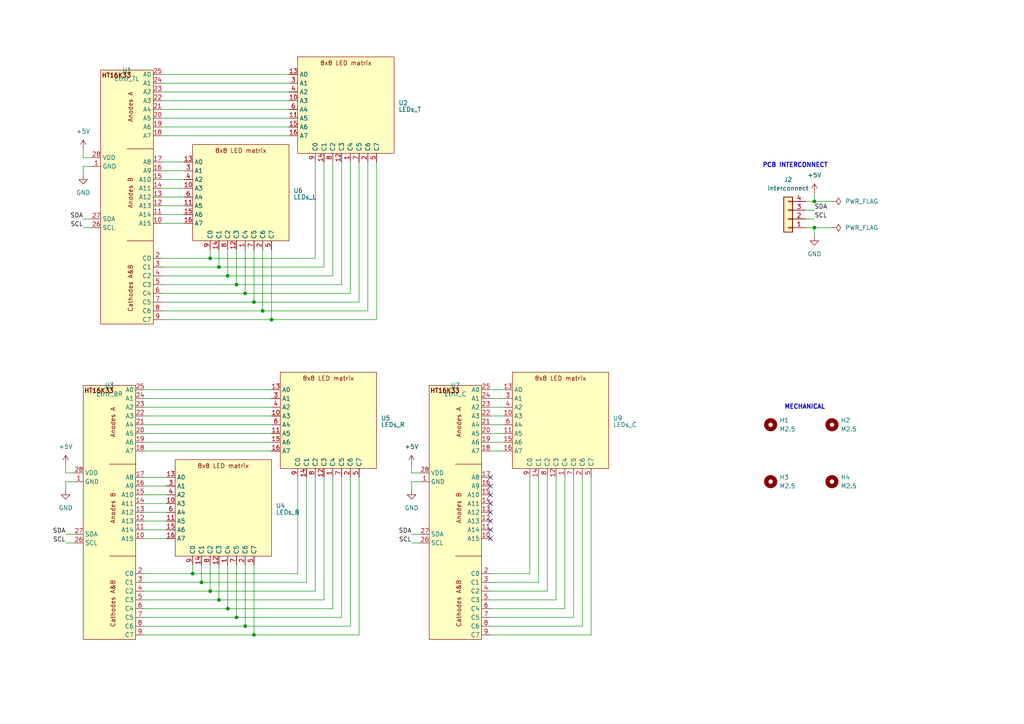
<source format=kicad_sch>
(kicad_sch (version 20250114) (generator "eeschema") (generator_version "9.0")
  (paper "A4")
  (title_block (title "Pharmacy Cross"))
  (lib_symbols
    (symbol "Connector_Generic:Conn_01x04" (pin_names (offset 1.016) (hide yes))
      (property "Reference" "J" (at 0 5.08 0))
      (property "Value" "Conn_01x04" (at 0 -7.62 0))
      (symbol "Conn_01x04_1_1"
        (rectangle (start -1.27 3.81) (end 1.27 -6.35) (stroke (width 0.254)) (fill (type background)))
        (rectangle (start -1.27 2.667) (end 0 2.413) (stroke (width 0.1524)))
        (rectangle (start -1.27 0.127) (end 0 -0.127) (stroke (width 0.1524)))
        (rectangle (start -1.27 -2.413) (end 0 -2.667) (stroke (width 0.1524)))
        (rectangle (start -1.27 -4.953) (end 0 -5.207) (stroke (width 0.1524)))
        (pin passive line (at -5.08 2.54 0) (length 3.81) (name "Pin_1") (number "1"))
        (pin passive line (at -5.08 0 0) (length 3.81) (name "Pin_2") (number "2"))
        (pin passive line (at -5.08 -2.54 0) (length 3.81) (name "Pin_3") (number "3"))
        (pin passive line (at -5.08 -5.08 0) (length 3.81) (name "Pin_4") (number "4"))
      )
    )
    (symbol "HT16K33_1"
      (property "Reference" "U" (at 0 41.402 0))
      (symbol "HT16K33_1_0_1"
        (rectangle (start -7.62 36.83) (end 7.62 -36.83) (fill (type background)))
        (polyline (pts (xy 7.62 13.97) (xy 0 13.97)))
        (polyline (pts (xy 7.62 -12.7) (xy 0 -12.7)))
      )
      (symbol "HT16K33_1_1_1"
        (text "HT16K33" (at -3.048 35.306 0) (effects (font (size 1.27 1.27) (thickness 0.254) (bold yes))))
        (text "Anodes A" (at 1.016 26.162 900) (effects (font (size 1.27 1.27))))
        (text "Anodes B" (at 1.016 1.27 900) (effects (font (size 1.27 1.27))))
        (text "Cathodes A&B" (at 1.016 -26.416 900) (effects (font (size 1.27 1.27))))
        (pin input line (at -10.16 11.43 0) (length 2.54) (name "VDD") (number "28"))
        (pin input line (at -10.16 8.89 0) (length 2.54) (name "GND") (number "1"))
        (pin input line (at -10.16 -6.35 0) (length 2.54) (name "SDA") (number "27"))
        (pin input line (at -10.16 -8.89 0) (length 2.54) (name "SCL") (number "26"))
        (pin output line (at 10.16 35.56 180) (length 2.54) (name "A0") (number "25"))
        (pin output line (at 10.16 33.02 180) (length 2.54) (name "A1") (number "24"))
        (pin output line (at 10.16 30.48 180) (length 2.54) (name "A2") (number "23"))
        (pin output line (at 10.16 27.94 180) (length 2.54) (name "A3") (number "22"))
        (pin output line (at 10.16 25.4 180) (length 2.54) (name "A4") (number "21"))
        (pin output line (at 10.16 22.86 180) (length 2.54) (name "A5") (number "20"))
        (pin output line (at 10.16 20.32 180) (length 2.54) (name "A6") (number "19"))
        (pin output line (at 10.16 17.78 180) (length 2.54) (name "A7") (number "18"))
        (pin output line (at 10.16 10.16 180) (length 2.54) (name "A8") (number "17"))
        (pin output line (at 10.16 7.62 180) (length 2.54) (name "A9") (number "16"))
        (pin output line (at 10.16 5.08 180) (length 2.54) (name "A10") (number "15"))
        (pin output line (at 10.16 2.54 180) (length 2.54) (name "A11") (number "14"))
        (pin output line (at 10.16 0 180) (length 2.54) (name "A12") (number "13"))
        (pin output line (at 10.16 -2.54 180) (length 2.54) (name "A13") (number "12"))
        (pin output line (at 10.16 -5.08 180) (length 2.54) (name "A14") (number "11"))
        (pin output line (at 10.16 -7.62 180) (length 2.54) (name "A15") (number "10"))
        (pin output line (at 10.16 -17.78 180) (length 2.54) (name "C0") (number "2"))
        (pin output line (at 10.16 -20.32 180) (length 2.54) (name "C1") (number "3"))
        (pin output line (at 10.16 -22.86 180) (length 2.54) (name "C2") (number "4"))
        (pin output line (at 10.16 -25.4 180) (length 2.54) (name "C3") (number "5"))
        (pin output line (at 10.16 -27.94 180) (length 2.54) (name "C4") (number "6"))
        (pin output line (at 10.16 -30.48 180) (length 2.54) (name "C5") (number "7"))
        (pin output line (at 10.16 -33.02 180) (length 2.54) (name "C6") (number "8"))
        (pin output line (at 10.16 -35.56 180) (length 2.54) (name "C7") (number "9"))
      )
    )
    (symbol "Mechanical:MountingHole" (pin_names (offset 1.016)) (in_bom no)
      (property "Reference" "H" (at 0 5.08 0))
      (property "Value" "MountingHole" (at 0 3.175 0))
      (symbol "MountingHole_0_1"
        (circle (center 0 0) (radius 1.27) (stroke (width 1.27)))
      )
    )
    (symbol "parts_library:HT16K33"
      (property "Reference" "U" (at -4.064 32.512 0))
      (symbol "HT16K33_0_1"
        (rectangle (start -7.62 36.83) (end 7.62 -36.83) (fill (type background)))
        (polyline (pts (xy 7.62 13.97) (xy 0 13.97)))
        (polyline (pts (xy 7.62 -12.7) (xy 0 -12.7)))
      )
      (symbol "HT16K33_1_1"
        (text "HT16K33" (at -3.048 35.306 0) (effects (font (size 1.27 1.27) (thickness 0.254) (bold yes))))
        (text "Anodes A" (at 1.016 26.162 900) (effects (font (size 1.27 1.27))))
        (text "Anodes B" (at 1.016 1.27 900) (effects (font (size 1.27 1.27))))
        (text "Cathodes A&B" (at 1.016 -26.416 900) (effects (font (size 1.27 1.27))))
        (pin input line (at -10.16 11.43 0) (length 2.54) (name "VDD") (number "28"))
        (pin input line (at -10.16 8.89 0) (length 2.54) (name "GND") (number "1"))
        (pin input line (at -10.16 -6.35 0) (length 2.54) (name "SDA") (number "27"))
        (pin input line (at -10.16 -8.89 0) (length 2.54) (name "SCL") (number "26"))
        (pin output line (at 10.16 35.56 180) (length 2.54) (name "A0") (number "25"))
        (pin output line (at 10.16 33.02 180) (length 2.54) (name "A1") (number "24"))
        (pin output line (at 10.16 30.48 180) (length 2.54) (name "A2") (number "23"))
        (pin output line (at 10.16 27.94 180) (length 2.54) (name "A3") (number "22"))
        (pin output line (at 10.16 25.4 180) (length 2.54) (name "A4") (number "21"))
        (pin output line (at 10.16 22.86 180) (length 2.54) (name "A5") (number "20"))
        (pin output line (at 10.16 20.32 180) (length 2.54) (name "A6") (number "19"))
        (pin output line (at 10.16 17.78 180) (length 2.54) (name "A7") (number "18"))
        (pin output line (at 10.16 10.16 180) (length 2.54) (name "A8") (number "17"))
        (pin output line (at 10.16 7.62 180) (length 2.54) (name "A9") (number "16"))
        (pin output line (at 10.16 5.08 180) (length 2.54) (name "A10") (number "15"))
        (pin output line (at 10.16 2.54 180) (length 2.54) (name "A11") (number "14"))
        (pin output line (at 10.16 0 180) (length 2.54) (name "A12") (number "13"))
        (pin output line (at 10.16 -2.54 180) (length 2.54) (name "A13") (number "12"))
        (pin output line (at 10.16 -5.08 180) (length 2.54) (name "A14") (number "11"))
        (pin output line (at 10.16 -7.62 180) (length 2.54) (name "A15") (number "10"))
        (pin output line (at 10.16 -17.78 180) (length 2.54) (name "C0") (number "2"))
        (pin output line (at 10.16 -20.32 180) (length 2.54) (name "C1") (number "3"))
        (pin output line (at 10.16 -22.86 180) (length 2.54) (name "C2") (number "4"))
        (pin output line (at 10.16 -25.4 180) (length 2.54) (name "C3") (number "5"))
        (pin output line (at 10.16 -27.94 180) (length 2.54) (name "C4") (number "6"))
        (pin output line (at 10.16 -30.48 180) (length 2.54) (name "C5") (number "7"))
        (pin output line (at 10.16 -33.02 180) (length 2.54) (name "C6") (number "8"))
        (pin output line (at 10.16 -35.56 180) (length 2.54) (name "C7") (number "9"))
      )
    )
    (symbol "parts_library:KWM-30881APGB"
      (property "Reference" "U" (at 0 0 0))
      (symbol "KWM-30881APGB_0_1"
        (rectangle (start -13.97 13.97) (end 13.97 -13.97) (fill (type background)))
      )
      (symbol "KWM-30881APGB_1_1"
        (text "8x8 LED matrix" (at 0 12.192 0) (effects (font (size 1.27 1.27))))
        (pin input line (at -16.51 8.89 0) (length 2.54) (name "A0") (number "13"))
        (pin input line (at -16.51 6.35 0) (length 2.54) (name "A1") (number "3"))
        (pin input line (at -16.51 3.81 0) (length 2.54) (name "A2") (number "4"))
        (pin input line (at -16.51 1.27 0) (length 2.54) (name "A3") (number "10"))
        (pin input line (at -16.51 -1.27 0) (length 2.54) (name "A4") (number "6"))
        (pin input line (at -16.51 -3.81 0) (length 2.54) (name "A5") (number "11"))
        (pin input line (at -16.51 -6.35 0) (length 2.54) (name "A6") (number "15"))
        (pin input line (at -16.51 -8.89 0) (length 2.54) (name "A7") (number "16"))
        (pin input line (at -8.89 -16.51 90) (length 2.54) (name "C0") (number "9"))
        (pin input line (at -6.35 -16.51 90) (length 2.54) (name "C1") (number "14"))
        (pin input line (at -3.81 -16.51 90) (length 2.54) (name "C2") (number "8"))
        (pin input line (at -1.27 -16.51 90) (length 2.54) (name "C3") (number "12"))
        (pin input line (at 1.27 -16.51 90) (length 2.54) (name "C4") (number "1"))
        (pin input line (at 3.81 -16.51 90) (length 2.54) (name "C5") (number "7"))
        (pin input line (at 6.35 -16.51 90) (length 2.54) (name "C6") (number "2"))
        (pin input line (at 8.89 -16.51 90) (length 2.54) (name "C7") (number "5"))
      )
    )
    (symbol "power:+5V" (power) (pin_numbers (hide yes)) (pin_names (offset 0) (hide yes))
      (property "Value" "+5V" (at 0 3.556 0))
      (symbol "+5V_0_1"
        (polyline (pts (xy -0.762 1.27) (xy 0 2.54)))
        (polyline (pts (xy 0 2.54) (xy 0.762 1.27)))
        (polyline (pts (xy 0 0) (xy 0 2.54)))
      )
      (symbol "+5V_1_1"
        (pin power_in line (at 0 0 90) (length 0) (name "~") (number "1"))
      )
    )
    (symbol "power:GND" (power) (pin_numbers (hide yes)) (pin_names (offset 0) (hide yes))
      (property "Value" "GND" (at 0 -3.81 0))
      (symbol "GND_0_1"
        (polyline (pts (xy 0 0) (xy 0 -1.27) (xy 1.27 -1.27) (xy 0 -2.54) (xy -1.27 -1.27) (xy 0 -1.27)))
      )
      (symbol "GND_1_1"
        (pin power_in line (at 0 0 270) (length 0) (name "~") (number "1"))
      )
    )
    (symbol "power:PWR_FLAG" (power) (pin_numbers (hide yes)) (pin_names (offset 0) (hide yes))
      (property "Value" "PWR_FLAG" (at 0 3.81 0))
      (symbol "PWR_FLAG_0_0"
        (pin power_out line (at 0 0 90) (length 0) (name "~") (number "1"))
      )
      (symbol "PWR_FLAG_0_1"
        (polyline (pts (xy 0 0) (xy 0 1.27) (xy -1.016 1.905) (xy 0 2.54) (xy 1.016 1.905) (xy 0 1.27)))
      )
    )
  )
  (text "PCB INTERCONNECT" (at 230.632 48.006 0) (effects (font (size 1.27 1.27) (thickness 0.254) (bold yes))))
  (text "MECHANICAL" (at 233.426 118.11 0) (effects (font (size 1.27 1.27) (thickness 0.254) (bold yes))))
  (junction (at 73.66 184.15))
  (junction (at 68.58 82.55))
  (junction (at 73.66 87.63))
  (junction (at 60.96 74.93))
  (junction (at 71.12 85.09))
  (junction (at 71.12 181.61))
  (junction (at 63.5 77.47))
  (junction (at 76.2 90.17))
  (junction (at 236.22 58.42))
  (junction (at 66.04 176.53))
  (junction (at 68.58 179.07))
  (junction (at 236.22 66.04))
  (junction (at 66.04 80.01))
  (junction (at 78.74 92.71))
  (junction (at 63.5 173.99))
  (junction (at 60.96 171.45))
  (junction (at 55.88 166.37))
  (junction (at 58.42 168.91))
  (no_connect (at 142.24 140.97))
  (no_connect (at 142.24 153.67))
  (no_connect (at 142.24 156.21))
  (no_connect (at 142.24 143.51))
  (no_connect (at 142.24 151.13))
  (no_connect (at 142.24 146.05))
  (no_connect (at 142.24 148.59))
  (no_connect (at 142.24 138.43))
  (wire (pts (xy 119.38 154.94) (xy 121.92 154.94)))
  (wire (pts (xy 146.05 123.19) (xy 142.24 123.19)))
  (wire (pts (xy 48.26 138.43) (xy 41.91 138.43)))
  (wire (pts (xy 73.66 87.63) (xy 73.66 72.39)))
  (wire (pts (xy 233.68 60.96) (xy 236.22 60.96)))
  (wire (pts (xy 53.34 64.77) (xy 46.99 64.77)))
  (wire (pts (xy 53.34 52.07) (xy 46.99 52.07)))
  (wire (pts (xy 46.99 87.63) (xy 73.66 87.63)))
  (wire (pts (xy 104.14 184.15) (xy 73.66 184.15)))
  (wire (pts (xy 41.91 171.45) (xy 60.96 171.45)))
  (wire (pts (xy 99.06 82.55) (xy 68.58 82.55)))
  (wire (pts (xy 24.13 48.26) (xy 26.67 48.26)))
  (wire (pts (xy 41.91 168.91) (xy 58.42 168.91)))
  (wire (pts (xy 93.98 77.47) (xy 63.5 77.47)))
  (wire (pts (xy 171.45 138.43) (xy 171.45 184.15)))
  (wire (pts (xy 106.68 90.17) (xy 76.2 90.17)))
  (wire (pts (xy 119.38 137.16) (xy 121.92 137.16)))
  (wire (pts (xy 53.34 49.53) (xy 46.99 49.53)))
  (wire (pts (xy 119.38 157.48) (xy 121.92 157.48)))
  (wire (pts (xy 156.21 138.43) (xy 156.21 168.91)))
  (wire (pts (xy 142.24 171.45) (xy 158.75 171.45)))
  (wire (pts (xy 96.52 138.43) (xy 96.52 176.53)))
  (wire (pts (xy 93.98 138.43) (xy 93.98 173.99)))
  (wire (pts (xy 109.22 46.99) (xy 109.22 92.71)))
  (wire (pts (xy 146.05 120.65) (xy 142.24 120.65)))
  (wire (pts (xy 83.82 34.29) (xy 46.99 34.29)))
  (wire (pts (xy 78.74 115.57) (xy 41.91 115.57)))
  (wire (pts (xy 63.5 173.99) (xy 63.5 163.83)))
  (wire (pts (xy 78.74 118.11) (xy 41.91 118.11)))
  (wire (pts (xy 78.74 123.19) (xy 41.91 123.19)))
  (wire (pts (xy 142.24 176.53) (xy 163.83 176.53)))
  (wire (pts (xy 41.91 184.15) (xy 73.66 184.15)))
  (wire (pts (xy 58.42 168.91) (xy 58.42 163.83)))
  (wire (pts (xy 71.12 181.61) (xy 71.12 163.83)))
  (wire (pts (xy 41.91 166.37) (xy 55.88 166.37)))
  (wire (pts (xy 48.26 151.13) (xy 41.91 151.13)))
  (wire (pts (xy 161.29 138.43) (xy 161.29 173.99)))
  (wire (pts (xy 83.82 36.83) (xy 46.99 36.83)))
  (wire (pts (xy 93.98 46.99) (xy 93.98 77.47)))
  (wire (pts (xy 166.37 138.43) (xy 166.37 179.07)))
  (wire (pts (xy 46.99 80.01) (xy 66.04 80.01)))
  (wire (pts (xy 101.6 46.99) (xy 101.6 85.09)))
  (wire (pts (xy 146.05 130.81) (xy 142.24 130.81)))
  (wire (pts (xy 24.13 45.72) (xy 26.67 45.72)))
  (wire (pts (xy 83.82 24.13) (xy 46.99 24.13)))
  (wire (pts (xy 146.05 118.11) (xy 142.24 118.11)))
  (wire (pts (xy 91.44 171.45) (xy 60.96 171.45)))
  (wire (pts (xy 78.74 125.73) (xy 41.91 125.73)))
  (wire (pts (xy 146.05 115.57) (xy 142.24 115.57)))
  (wire (pts (xy 86.36 166.37) (xy 55.88 166.37)))
  (wire (pts (xy 146.05 128.27) (xy 142.24 128.27)))
  (wire (pts (xy 19.05 137.16) (xy 21.59 137.16)))
  (wire (pts (xy 46.99 74.93) (xy 60.96 74.93)))
  (wire (pts (xy 66.04 80.01) (xy 66.04 72.39)))
  (wire (pts (xy 53.34 54.61) (xy 46.99 54.61)))
  (wire (pts (xy 163.83 138.43) (xy 163.83 176.53)))
  (wire (pts (xy 93.98 173.99) (xy 63.5 173.99)))
  (wire (pts (xy 78.74 120.65) (xy 41.91 120.65)))
  (wire (pts (xy 91.44 74.93) (xy 60.96 74.93)))
  (wire (pts (xy 104.14 138.43) (xy 104.14 184.15)))
  (wire (pts (xy 236.22 66.04) (xy 233.68 66.04)))
  (wire (pts (xy 88.9 138.43) (xy 88.9 168.91)))
  (wire (pts (xy 53.34 57.15) (xy 46.99 57.15)))
  (wire (pts (xy 106.68 46.99) (xy 106.68 90.17)))
  (wire (pts (xy 46.99 85.09) (xy 71.12 85.09)))
  (wire (pts (xy 101.6 85.09) (xy 71.12 85.09)))
  (wire (pts (xy 236.22 66.04) (xy 241.3 66.04)))
  (wire (pts (xy 46.99 82.55) (xy 68.58 82.55)))
  (wire (pts (xy 142.24 166.37) (xy 153.67 166.37)))
  (wire (pts (xy 66.04 176.53) (xy 66.04 163.83)))
  (wire (pts (xy 83.82 26.67) (xy 46.99 26.67)))
  (wire (pts (xy 101.6 181.61) (xy 71.12 181.61)))
  (wire (pts (xy 104.14 87.63) (xy 73.66 87.63)))
  (wire (pts (xy 55.88 166.37) (xy 55.88 163.83)))
  (wire (pts (xy 24.13 66.04) (xy 26.67 66.04)))
  (wire (pts (xy 236.22 68.58) (xy 236.22 66.04)))
  (wire (pts (xy 101.6 138.43) (xy 101.6 181.61)))
  (wire (pts (xy 41.91 176.53) (xy 66.04 176.53)))
  (wire (pts (xy 168.91 138.43) (xy 168.91 181.61)))
  (wire (pts (xy 24.13 43.18) (xy 24.13 45.72)))
  (wire (pts (xy 46.99 77.47) (xy 63.5 77.47)))
  (wire (pts (xy 41.91 181.61) (xy 71.12 181.61)))
  (wire (pts (xy 19.05 154.94) (xy 21.59 154.94)))
  (wire (pts (xy 48.26 148.59) (xy 41.91 148.59)))
  (wire (pts (xy 158.75 138.43) (xy 158.75 171.45)))
  (wire (pts (xy 142.24 181.61) (xy 168.91 181.61)))
  (wire (pts (xy 233.68 63.5) (xy 236.22 63.5)))
  (wire (pts (xy 91.44 46.99) (xy 91.44 74.93)))
  (wire (pts (xy 88.9 168.91) (xy 58.42 168.91)))
  (wire (pts (xy 83.82 29.21) (xy 46.99 29.21)))
  (wire (pts (xy 19.05 134.62) (xy 19.05 137.16)))
  (wire (pts (xy 142.24 173.99) (xy 161.29 173.99)))
  (wire (pts (xy 142.24 184.15) (xy 171.45 184.15)))
  (wire (pts (xy 48.26 143.51) (xy 41.91 143.51)))
  (wire (pts (xy 83.82 21.59) (xy 46.99 21.59)))
  (wire (pts (xy 19.05 157.48) (xy 21.59 157.48)))
  (wire (pts (xy 24.13 50.8) (xy 24.13 48.26)))
  (wire (pts (xy 46.99 92.71) (xy 78.74 92.71)))
  (wire (pts (xy 146.05 125.73) (xy 142.24 125.73)))
  (wire (pts (xy 86.36 138.43) (xy 86.36 166.37)))
  (wire (pts (xy 48.26 156.21) (xy 41.91 156.21)))
  (wire (pts (xy 71.12 85.09) (xy 71.12 72.39)))
  (wire (pts (xy 48.26 140.97) (xy 41.91 140.97)))
  (wire (pts (xy 91.44 138.43) (xy 91.44 171.45)))
  (wire (pts (xy 96.52 46.99) (xy 96.52 80.01)))
  (wire (pts (xy 24.13 63.5) (xy 26.67 63.5)))
  (wire (pts (xy 83.82 31.75) (xy 46.99 31.75)))
  (wire (pts (xy 78.74 130.81) (xy 41.91 130.81)))
  (wire (pts (xy 53.34 59.69) (xy 46.99 59.69)))
  (wire (pts (xy 41.91 173.99) (xy 63.5 173.99)))
  (wire (pts (xy 78.74 128.27) (xy 41.91 128.27)))
  (wire (pts (xy 78.74 113.03) (xy 41.91 113.03)))
  (wire (pts (xy 78.74 92.71) (xy 78.74 72.39)))
  (wire (pts (xy 104.14 46.99) (xy 104.14 87.63)))
  (wire (pts (xy 119.38 142.24) (xy 119.38 139.7)))
  (wire (pts (xy 48.26 146.05) (xy 41.91 146.05)))
  (wire (pts (xy 96.52 80.01) (xy 66.04 80.01)))
  (wire (pts (xy 233.68 58.42) (xy 236.22 58.42)))
  (wire (pts (xy 53.34 62.23) (xy 46.99 62.23)))
  (wire (pts (xy 153.67 138.43) (xy 153.67 166.37)))
  (wire (pts (xy 99.06 46.99) (xy 99.06 82.55)))
  (wire (pts (xy 236.22 58.42) (xy 236.22 55.88)))
  (wire (pts (xy 109.22 92.71) (xy 78.74 92.71)))
  (wire (pts (xy 46.99 90.17) (xy 76.2 90.17)))
  (wire (pts (xy 236.22 58.42) (xy 241.3 58.42)))
  (wire (pts (xy 96.52 176.53) (xy 66.04 176.53)))
  (wire (pts (xy 73.66 184.15) (xy 73.66 163.83)))
  (wire (pts (xy 99.06 138.43) (xy 99.06 179.07)))
  (wire (pts (xy 99.06 179.07) (xy 68.58 179.07)))
  (wire (pts (xy 76.2 90.17) (xy 76.2 72.39)))
  (wire (pts (xy 60.96 171.45) (xy 60.96 163.83)))
  (wire (pts (xy 41.91 179.07) (xy 68.58 179.07)))
  (wire (pts (xy 68.58 82.55) (xy 68.58 72.39)))
  (wire (pts (xy 19.05 142.24) (xy 19.05 139.7)))
  (wire (pts (xy 63.5 77.47) (xy 63.5 72.39)))
  (wire (pts (xy 119.38 134.62) (xy 119.38 137.16)))
  (wire (pts (xy 19.05 139.7) (xy 21.59 139.7)))
  (wire (pts (xy 142.24 168.91) (xy 156.21 168.91)))
  (wire (pts (xy 146.05 113.03) (xy 142.24 113.03)))
  (wire (pts (xy 60.96 74.93) (xy 60.96 72.39)))
  (wire (pts (xy 83.82 39.37) (xy 46.99 39.37)))
  (wire (pts (xy 53.34 46.99) (xy 46.99 46.99)))
  (wire (pts (xy 142.24 179.07) (xy 166.37 179.07)))
  (wire (pts (xy 68.58 179.07) (xy 68.58 163.83)))
  (wire (pts (xy 119.38 139.7) (xy 121.92 139.7)))
  (wire (pts (xy 48.26 153.67) (xy 41.91 153.67)))
  (label "SDA" (at 24.13 63.5 180))
  (label "SDA" (at 19.05 154.94 180))
  (label "SCL" (at 19.05 157.48 180))
  (label "SCL" (at 236.22 63.5 0))
  (label "SDA" (at 119.38 154.94 180))
  (label "SCL" (at 119.38 157.48 180))
  (label "SCL" (at 24.13 66.04 180))
  (label "SDA" (at 236.22 60.96 0))
  (symbol (lib_id "parts_library:KWM-30881APGB") (at 69.85 55.88 0) (unit 1)
    (property "Reference" "U6" (at 85.09 55.2449 0) (effects (justify left)))
    (property "Value" "LEDs_L" (at 85.09 57.15 0) (effects (justify left)))
    (property "Footprint" "lib_pharmacy:KWM-30881" (effects (hide yes)))
  )
  (symbol (lib_id "power:+5V") (at 24.13 43.18 0) (unit 1)
    (property "Reference" "#PWR04" (effects (hide yes)))
    (property "Value" "+5V" (at 24.13 38.1 0))
    (property "Description" "Power symbol creates a global label with name \"+5V\"" (effects (hide yes)))
  )
  (symbol (lib_id "power:GND") (at 19.05 142.24 0) (unit 1)
    (property "Reference" "#PWR06" (effects (hide yes)))
    (property "Value" "GND" (at 19.05 147.32 0))
    (property "Description" "Power symbol creates a global label with name \"GND\" , ground" (effects (hide yes)))
  )
  (symbol (lib_id "power:+5V") (at 19.05 134.62 0) (unit 1)
    (property "Reference" "#PWR05" (effects (hide yes)))
    (property "Value" "+5V" (at 19.05 129.54 0))
    (property "Description" "Power symbol creates a global label with name \"+5V\"" (effects (hide yes)))
  )
  (symbol (lib_id "Connector_Generic:Conn_01x04") (at 228.6 63.5 180) (unit 1)
    (property "Reference" "J2" (at 228.6 52.07 0))
    (property "Value" "Interconnect" (at 228.6 54.61 0))
    (property "Footprint" "Connector_PinHeader_2.54mm:PinHeader_1x04_P2.54mm_Vertical" (effects (hide yes)))
    (property "Description" "Generic connector, single row, 01x04, script generated (kicad-library-utils/schlib/autogen/connector/)" (effects (hide yes)))
  )
  (symbol (lib_id "parts_library:KWM-30881APGB") (at 95.25 121.92 0) (unit 1)
    (property "Reference" "U5" (at 110.49 121.2849 0) (effects (justify left)))
    (property "Value" "LEDs_R" (at 110.49 123.19 0) (effects (justify left)))
    (property "Footprint" "lib_pharmacy:KWM-30881" (effects (hide yes)))
  )
  (symbol (lib_id "parts_library:HT16K33") (at 31.75 148.59 0) (unit 1)
    (property "Reference" "U3" (at 31.75 111.76 0))
    (property "Value" "ctrlr_BR" (at 31.75 114.3 0))
    (property "Footprint" "lib_pharmacy:HT16K33" (effects (hide yes)))
  )
  (symbol (lib_id "Mechanical:MountingHole") (at 241.3 123.19 0) (unit 1) (in_bom no)
    (property "Reference" "H2" (at 243.84 121.9199 0) (effects (justify left)))
    (property "Value" "M2.5" (at 243.84 124.4599 0) (effects (justify left)))
    (property "Footprint" "MountingHole:MountingHole_2.7mm_M2.5" (effects (hide yes)))
    (property "Description" "Mounting Hole without connection" (effects (hide yes)))
  )
  (symbol (lib_id "power:GND") (at 24.13 50.8 0) (unit 1)
    (property "Reference" "#PWR03" (effects (hide yes)))
    (property "Value" "GND" (at 24.13 55.88 0))
    (property "Description" "Power symbol creates a global label with name \"GND\" , ground" (effects (hide yes)))
  )
  (symbol (lib_id "Mechanical:MountingHole") (at 241.3 139.7 0) (unit 1) (in_bom no)
    (property "Reference" "H4" (at 243.84 138.4299 0) (effects (justify left)))
    (property "Value" "M2.5" (at 243.84 140.9699 0) (effects (justify left)))
    (property "Footprint" "MountingHole:MountingHole_2.7mm_M2.5" (effects (hide yes)))
    (property "Description" "Mounting Hole without connection" (effects (hide yes)))
  )
  (symbol (lib_id "parts_library:KWM-30881APGB") (at 100.33 30.48 0) (unit 1)
    (property "Reference" "U2" (at 115.57 29.8449 0) (effects (justify left)))
    (property "Value" "LEDs_T" (at 115.57 31.75 0) (effects (justify left)))
    (property "Footprint" "lib_pharmacy:KWM-30881" (effects (hide yes)))
  )
  (symbol (lib_id "power:+5V") (at 119.38 134.62 0) (unit 1)
    (property "Reference" "#PWR07" (effects (hide yes)))
    (property "Value" "+5V" (at 119.38 129.54 0))
    (property "Description" "Power symbol creates a global label with name \"+5V\"" (effects (hide yes)))
  )
  (symbol (lib_id "parts_library:HT16K33") (at 132.08 148.59 0) (unit 1)
    (property "Reference" "U7" (at 132.08 111.76 0))
    (property "Value" "ctrlr_C" (at 132.08 114.3 0))
    (property "Footprint" "lib_pharmacy:HT16K33" (effects (hide yes)))
  )
  (symbol (lib_id "power:+5V") (at 236.22 55.88 0) (unit 1)
    (property "Reference" "#PWR024" (effects (hide yes)))
    (property "Value" "+5V" (at 236.22 50.8 0))
    (property "Description" "Power symbol creates a global label with name \"+5V\"" (effects (hide yes)))
  )
  (symbol (lib_id "power:PWR_FLAG") (at 241.3 58.42 270) (unit 1)
    (property "Reference" "#FLG01" (effects (hide yes)))
    (property "Value" "PWR_FLAG" (at 245.11 58.4199 90) (effects (justify left)))
    (property "Description" "Special symbol for telling ERC where power comes from" (effects (hide yes)))
  )
  (symbol (lib_id "power:PWR_FLAG") (at 241.3 66.04 270) (unit 1)
    (property "Reference" "#FLG02" (effects (hide yes)))
    (property "Value" "PWR_FLAG" (at 245.11 66.0399 90) (effects (justify left)))
    (property "Description" "Special symbol for telling ERC where power comes from" (effects (hide yes)))
  )
  (symbol (lib_id "power:GND") (at 119.38 142.24 0) (unit 1)
    (property "Reference" "#PWR08" (effects (hide yes)))
    (property "Value" "GND" (at 119.38 147.32 0))
    (property "Description" "Power symbol creates a global label with name \"GND\" , ground" (effects (hide yes)))
  )
  (symbol (lib_name "HT16K33_1") (lib_id "parts_library:HT16K33") (at 36.83 57.15 0) (unit 1)
    (property "Reference" "U1" (at 36.83 20.32 0))
    (property "Value" "ctrlr_TL" (at 36.83 22.86 0))
    (property "Footprint" "lib_pharmacy:HT16K33" (effects (hide yes)))
    (property "Datasheet" "https://www.adafruit.com/product/1427" (effects (hide yes)))
    (property "Description" "Adafruit 1427: 16x8 LED Matrix Driver - HT16K33 Breakout" (effects (hide yes)))
  )
  (symbol (lib_id "power:GND") (at 236.22 68.58 0) (unit 1)
    (property "Reference" "#PWR023" (effects (hide yes)))
    (property "Value" "GND" (at 236.22 73.66 0))
    (property "Description" "Power symbol creates a global label with name \"GND\" , ground" (effects (hide yes)))
  )
  (symbol (lib_id "Mechanical:MountingHole") (at 223.52 139.7 0) (unit 1) (in_bom no)
    (property "Reference" "H3" (at 226.06 138.4299 0) (effects (justify left)))
    (property "Value" "M2.5" (at 226.06 140.9699 0) (effects (justify left)))
    (property "Footprint" "MountingHole:MountingHole_2.7mm_M2.5" (effects (hide yes)))
    (property "Description" "Mounting Hole without connection" (effects (hide yes)))
  )
  (symbol (lib_id "Mechanical:MountingHole") (at 223.52 123.19 0) (unit 1) (in_bom no)
    (property "Reference" "H1" (at 226.06 121.9199 0) (effects (justify left)))
    (property "Value" "M2.5" (at 226.06 124.4599 0) (effects (justify left)))
    (property "Footprint" "MountingHole:MountingHole_2.7mm_M2.5" (effects (hide yes)))
    (property "Description" "Mounting Hole without connection" (effects (hide yes)))
  )
  (symbol (lib_id "parts_library:KWM-30881APGB") (at 64.77 147.32 0) (unit 1)
    (property "Reference" "U4" (at 80.01 146.6849 0) (effects (justify left)))
    (property "Value" "LEDs_B" (at 80.01 148.59 0) (effects (justify left)))
    (property "Footprint" "lib_pharmacy:KWM-30881" (effects (hide yes)))
  )
  (symbol (lib_id "parts_library:KWM-30881APGB") (at 162.56 121.92 0) (unit 1)
    (property "Reference" "U9" (at 177.8 121.2849 0) (effects (justify left)))
    (property "Value" "LEDs_C" (at 177.8 123.19 0) (effects (justify left)))
    (property "Footprint" "lib_pharmacy:KWM-30881" (effects (hide yes)))
  )
)
</source>
